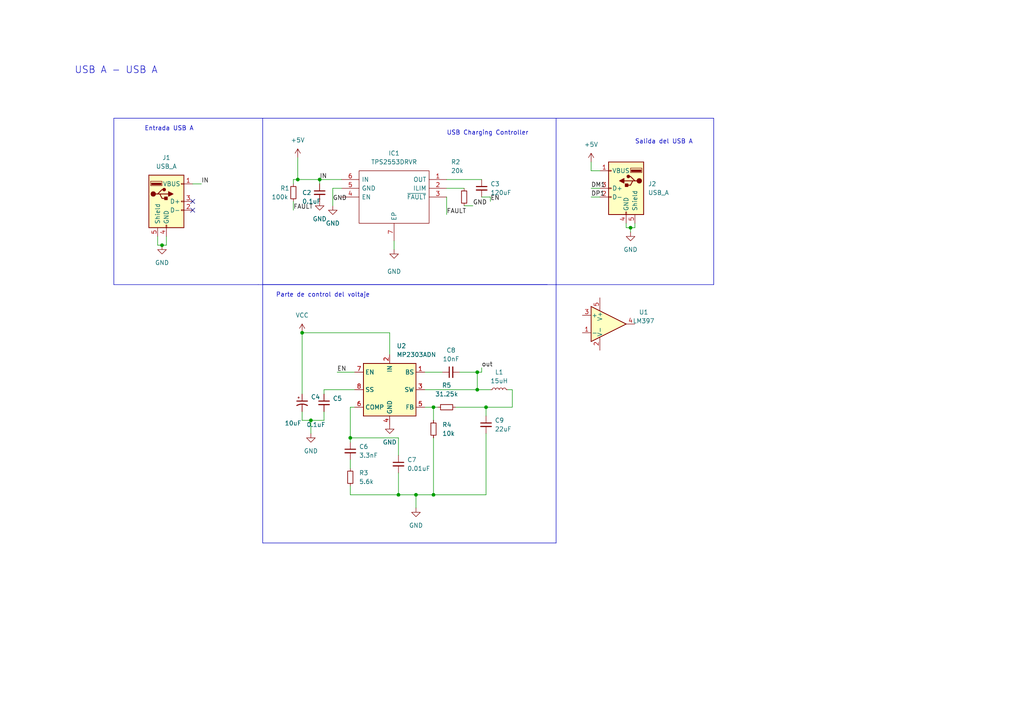
<source format=kicad_sch>
(kicad_sch (version 20230121) (generator eeschema)
  (paper "A4")
  (lib_symbols
    (symbol "Comparator:LM397" (pin_names (offset 0.127))
      (property "Reference" "U" (at 1.27 5.08 0))
      (property "Value" "LM397" (at 3.81 -5.08 0))
      (symbol "LM397_0_1"
        (polyline (pts (xy -5.08 5.08) (xy 5.08 0) (xy -5.08 -5.08) (xy -5.08 5.08)) (stroke (width 0.254)) (fill (type background)))
      )
      (symbol "LM397_1_1"
        (pin input line (at -7.62 -2.54 0) (length 2.54) (name "-") (number "1"))
        (pin power_in line (at -2.54 -7.62 90) (length 3.81) (name "V-") (number "2"))
        (pin input line (at -7.62 2.54 0) (length 2.54) (name "+") (number "3"))
        (pin open_collector line (at 7.62 0 180) (length 2.54) (name "~") (number "4"))
        (pin power_in line (at -2.54 7.62 270) (length 3.81) (name "V+") (number "5"))
      )
    )
    (symbol "Connector:USB_A" (pin_names (offset 1.016))
      (property "Reference" "J" (at -5.08 11.43 0))
      (property "Value" "USB_A" (at -5.08 8.89 0))
      (symbol "USB_A_0_1"
        (rectangle (start -5.08 -7.62) (end 5.08 7.62) (stroke (width 0.254)) (fill (type background)))
        (circle (center -3.81 2.159) (radius 0.635) (stroke (width 0.254)) (fill (type outline)))
        (rectangle (start -1.524 4.826) (end -4.318 5.334) (fill (type outline)))
        (rectangle (start -1.27 4.572) (end -4.572 5.842))
        (circle (center -0.635 3.429) (radius 0.381) (stroke (width 0.254)) (fill (type outline)))
        (rectangle (start -0.127 -7.62) (end 0.127 -6.858))
        (polyline (pts (xy -3.175 2.159) (xy -2.54 2.159) (xy -1.27 3.429) (xy -0.635 3.429)) (stroke (width 0.254)))
        (polyline (pts (xy -2.54 2.159) (xy -1.905 2.159) (xy -1.27 0.889) (xy 0 0.889)) (stroke (width 0.254)))
        (polyline (pts (xy 0.635 2.794) (xy 0.635 1.524) (xy 1.905 2.159) (xy 0.635 2.794)) (stroke (width 0.254)) (fill (type outline)))
        (rectangle (start 0.254 1.27) (end -0.508 0.508) (stroke (width 0.254)) (fill (type outline)))
        (rectangle (start 5.08 -2.667) (end 4.318 -2.413))
        (rectangle (start 5.08 -0.127) (end 4.318 0.127))
        (rectangle (start 5.08 4.953) (end 4.318 5.207))
      )
      (symbol "USB_A_1_1"
        (polyline (pts (xy -1.905 2.159) (xy 0.635 2.159)) (stroke (width 0.254)))
        (pin power_in line (at 7.62 5.08 180) (length 2.54) (name "VBUS") (number "1"))
        (pin bidirectional line (at 7.62 -2.54 180) (length 2.54) (name "D-") (number "2"))
        (pin bidirectional line (at 7.62 0 180) (length 2.54) (name "D+") (number "3"))
        (pin power_in line (at 0 -10.16 90) (length 2.54) (name "GND") (number "4"))
        (pin passive line (at -2.54 -10.16 90) (length 2.54) (name "Shield") (number "5"))
      )
    )
    (symbol "Device:C_Polarized_Small_US" (pin_numbers hide) (pin_names (offset 0.254) hide)
      (property "Reference" "C" (at 0.254 1.778 0))
      (property "Value" "C_Polarized_Small_US" (at 0.254 -2.032 0))
      (symbol "C_Polarized_Small_US_0_1"
        (polyline (pts (xy -1.524 0.508) (xy 1.524 0.508)) (stroke (width 0.3048)))
        (polyline (pts (xy -1.27 1.524) (xy -0.762 1.524)))
        (polyline (pts (xy -1.016 1.27) (xy -1.016 1.778)))
        (arc (start 1.524 -0.762) (mid 0 -0.3734) (end -1.524 -0.762) (stroke (width 0.3048)))
      )
      (symbol "C_Polarized_Small_US_1_1"
        (pin passive line (at 0 2.54 270) (length 2.032) (name "~") (number "1"))
        (pin passive line (at 0 -2.54 90) (length 2.032) (name "~") (number "2"))
      )
    )
    (symbol "Device:C_Small" (pin_numbers hide) (pin_names (offset 0.254) hide)
      (property "Reference" "C" (at 0.254 1.778 0))
      (property "Value" "C_Small" (at 0.254 -2.032 0))
      (symbol "C_Small_0_1"
        (polyline (pts (xy -1.524 -0.508) (xy 1.524 -0.508)) (stroke (width 0.3302)))
        (polyline (pts (xy -1.524 0.508) (xy 1.524 0.508)) (stroke (width 0.3048)))
      )
      (symbol "C_Small_1_1"
        (pin passive line (at 0 2.54 270) (length 2.032) (name "~") (number "1"))
        (pin passive line (at 0 -2.54 90) (length 2.032) (name "~") (number "2"))
      )
    )
    (symbol "Device:L_Small" (pin_numbers hide) (pin_names (offset 0.254) hide)
      (property "Reference" "L" (at 0.762 1.016 0))
      (property "Value" "L_Small" (at 0.762 -1.016 0))
      (symbol "L_Small_0_1"
        (arc (start 0 -2.032) (mid 0.5058 -1.524) (end 0 -1.016))
        (arc (start 0 -1.016) (mid 0.5058 -0.508) (end 0 0))
        (arc (start 0 0) (mid 0.5058 0.508) (end 0 1.016))
        (arc (start 0 1.016) (mid 0.5058 1.524) (end 0 2.032))
      )
      (symbol "L_Small_1_1"
        (pin passive line (at 0 2.54 270) (length 0.508) (name "~") (number "1"))
        (pin passive line (at 0 -2.54 90) (length 0.508) (name "~") (number "2"))
      )
    )
    (symbol "Device:R_Small" (pin_numbers hide) (pin_names (offset 0.254) hide)
      (property "Reference" "R" (at 0.762 0.508 0))
      (property "Value" "R_Small" (at 0.762 -1.016 0))
      (symbol "R_Small_0_1"
        (rectangle (start -0.762 1.778) (end 0.762 -1.778) (stroke (width 0.2032)))
      )
      (symbol "R_Small_1_1"
        (pin passive line (at 0 2.54 270) (length 0.762) (name "~") (number "1"))
        (pin passive line (at 0 -2.54 90) (length 0.762) (name "~") (number "2"))
      )
    )
    (symbol "Regulator_Switching:MP2303ADN"
      (property "Reference" "U" (at -7.366 8.636 0))
      (property "Value" "MP2303ADN" (at 7.62 8.89 0))
      (symbol "MP2303ADN_0_1"
        (rectangle (start -7.62 7.62) (end 7.62 -7.62) (stroke (width 0.254)) (fill (type background)))
      )
      (symbol "MP2303ADN_1_1"
        (pin passive line (at 10.16 5.08 180) (length 2.54) (name "BS") (number "1"))
        (pin power_in line (at 0 10.16 270) (length 2.54) (name "IN") (number "2"))
        (pin output line (at 10.16 0 180) (length 2.54) (name "SW") (number "3"))
        (pin power_in line (at 0 -10.16 90) (length 2.54) (name "GND") (number "4"))
        (pin input line (at 10.16 -5.08 180) (length 2.54) (name "FB") (number "5"))
        (pin passive line (at -10.16 -5.08 0) (length 2.54) (name "COMP") (number "6"))
        (pin input line (at -10.16 5.08 0) (length 2.54) (name "EN") (number "7"))
        (pin input line (at -10.16 0 0) (length 2.54) (name "SS") (number "8"))
      )
    )
    (symbol "power:+5V" (power) (pin_names (offset 0))
      (property "Value" "+5V" (at 0 3.556 0))
      (symbol "+5V_0_1"
        (polyline (pts (xy -0.762 1.27) (xy 0 2.54)))
        (polyline (pts (xy 0 0) (xy 0 2.54)))
        (polyline (pts (xy 0 2.54) (xy 0.762 1.27)))
      )
      (symbol "+5V_1_1"
        (pin power_in line (at 0 0 90) (length 0) hide (name "+5V") (number "1"))
      )
    )
    (symbol "power:GND" (power) (pin_names (offset 0))
      (property "Value" "GND" (at 0 -3.81 0))
      (symbol "GND_0_1"
        (polyline (pts (xy 0 0) (xy 0 -1.27) (xy 1.27 -1.27) (xy 0 -2.54) (xy -1.27 -1.27) (xy 0 -1.27)))
      )
      (symbol "GND_1_1"
        (pin power_in line (at 0 0 270) (length 0) hide (name "GND") (number "1"))
      )
    )
    (symbol "power:VCC" (power) (pin_names (offset 0))
      (property "Value" "VCC" (at 0 3.81 0))
      (symbol "VCC_0_1"
        (polyline (pts (xy -0.762 1.27) (xy 0 2.54)))
        (polyline (pts (xy 0 0) (xy 0 2.54)))
        (polyline (pts (xy 0 2.54) (xy 0.762 1.27)))
      )
      (symbol "VCC_1_1"
        (pin power_in line (at 0 0 90) (length 0) hide (name "VCC") (number "1"))
      )
    )
    (symbol "tps2533:TPS2553DRVR" (pin_names (offset 0.762))
      (property "Reference" "IC" (at 26.67 7.62 0))
      (property "Value" "TPS2553DRVR" (at 26.67 5.08 0))
      (symbol "TPS2553DRVR_0_0"
        (pin passive line (at 0 0 0) (length 5.08) (name "OUT") (number "1"))
        (pin passive line (at 0 -2.54 0) (length 5.08) (name "ILIM") (number "2"))
        (pin passive line (at 0 -5.08 0) (length 5.08) (name "~{FAULT}") (number "3"))
        (pin passive line (at 30.48 -5.08 180) (length 5.08) (name "EN") (number "4"))
        (pin passive line (at 30.48 -2.54 180) (length 5.08) (name "GND") (number "5"))
        (pin passive line (at 30.48 0 180) (length 5.08) (name "IN") (number "6"))
        (pin passive line (at 15.24 -17.78 90) (length 5.08) (name "EP") (number "7"))
      )
      (symbol "TPS2553DRVR_0_1"
        (polyline (pts (xy 5.08 2.54) (xy 25.4 2.54) (xy 25.4 -12.7) (xy 5.08 -12.7) (xy 5.08 2.54)) (stroke (width 0.1524)))
      )
    )
  )
  (junction (at 86.36 52.07))
  (junction (at 120.65 143.51))
  (junction (at 138.43 107.95))
  (junction (at 182.88 66.04))
  (junction (at 140.97 118.11))
  (junction (at 101.6 127))
  (junction (at 125.73 118.11))
  (junction (at 138.43 113.03))
  (junction (at 115.57 143.51))
  (junction (at 87.63 96.52))
  (junction (at 90.17 121.92))
  (junction (at 92.71 52.07))
  (junction (at 46.99 71.12))
  (junction (at 125.73 143.51))
  (no_connect (at 55.88 60.96))
  (no_connect (at 55.88 58.42))
  (wire (pts (xy 133.35 107.95) (xy 138.43 107.95)))
  (wire (pts (xy 93.98 121.92) (xy 93.98 119.38)))
  (polyline (pts (xy 207.01 82.55) (xy 161.29 82.55)))
  (wire (pts (xy 125.73 118.11) (xy 125.73 121.92)))
  (wire (pts (xy 55.88 53.34) (xy 58.42 53.34)))
  (wire (pts (xy 125.73 127) (xy 125.73 143.51)))
  (wire (pts (xy 115.57 137.16) (xy 115.57 143.51)))
  (wire (pts (xy 86.36 45.72) (xy 86.36 52.07)))
  (polyline (pts (xy 76.2 157.48) (xy 161.29 157.48)))
  (polyline (pts (xy 158.75 82.55) (xy 76.2 82.55)))
  (wire (pts (xy 90.17 121.92) (xy 93.98 121.92)))
  (wire (pts (xy 99.06 54.61) (xy 96.52 54.61)))
  (wire (pts (xy 125.73 143.51) (xy 120.65 143.51)))
  (wire (pts (xy 93.98 114.3) (xy 93.98 113.03)))
  (wire (pts (xy 114.3 69.85) (xy 114.3 72.39)))
  (wire (pts (xy 125.73 118.11) (xy 127 118.11)))
  (wire (pts (xy 45.72 68.58) (xy 45.72 71.12)))
  (wire (pts (xy 92.71 52.07) (xy 92.71 53.34)))
  (wire (pts (xy 99.06 52.07) (xy 92.71 52.07)))
  (wire (pts (xy 171.45 46.99) (xy 171.45 49.53)))
  (wire (pts (xy 97.79 107.95) (xy 102.87 107.95)))
  (wire (pts (xy 101.6 133.35) (xy 101.6 135.89)))
  (wire (pts (xy 101.6 127) (xy 101.6 128.27)))
  (polyline (pts (xy 76.2 34.29) (xy 76.2 82.55)))
  (wire (pts (xy 184.15 64.77) (xy 184.15 66.04)))
  (polyline (pts (xy 76.2 34.29) (xy 161.29 34.29)))
  (polyline (pts (xy 33.02 34.29) (xy 33.02 82.55)))
  (wire (pts (xy 142.24 57.15) (xy 139.7 57.15)))
  (wire (pts (xy 120.65 143.51) (xy 115.57 143.51)))
  (wire (pts (xy 90.17 121.92) (xy 90.17 125.73)))
  (wire (pts (xy 120.65 143.51) (xy 120.65 147.32)))
  (wire (pts (xy 102.87 118.11) (xy 101.6 118.11)))
  (wire (pts (xy 140.97 118.11) (xy 140.97 120.65)))
  (wire (pts (xy 115.57 127) (xy 101.6 127)))
  (wire (pts (xy 85.09 58.42) (xy 85.09 60.96)))
  (polyline (pts (xy 161.29 34.29) (xy 161.29 82.55)))
  (wire (pts (xy 171.45 54.61) (xy 173.99 54.61)))
  (polyline (pts (xy 161.29 34.29) (xy 207.01 34.29)))
  (wire (pts (xy 129.54 52.07) (xy 139.7 52.07)))
  (wire (pts (xy 139.7 107.95) (xy 138.43 107.95)))
  (wire (pts (xy 48.26 71.12) (xy 48.26 68.58)))
  (wire (pts (xy 123.19 107.95) (xy 128.27 107.95)))
  (wire (pts (xy 115.57 143.51) (xy 101.6 143.51)))
  (wire (pts (xy 113.03 102.87) (xy 113.03 96.52)))
  (wire (pts (xy 138.43 113.03) (xy 142.24 113.03)))
  (wire (pts (xy 129.54 54.61) (xy 134.62 54.61)))
  (wire (pts (xy 86.36 52.07) (xy 92.71 52.07)))
  (polyline (pts (xy 161.29 82.55) (xy 74.93 82.55)))
  (wire (pts (xy 182.88 67.31) (xy 182.88 66.04)))
  (wire (pts (xy 46.99 71.12) (xy 48.26 71.12)))
  (wire (pts (xy 184.15 66.04) (xy 182.88 66.04)))
  (wire (pts (xy 171.45 49.53) (xy 173.99 49.53)))
  (wire (pts (xy 140.97 125.73) (xy 140.97 143.51)))
  (polyline (pts (xy 207.01 34.29) (xy 207.01 82.55)))
  (wire (pts (xy 115.57 127) (xy 115.57 132.08)))
  (wire (pts (xy 139.7 106.68) (xy 139.7 107.95)))
  (wire (pts (xy 101.6 143.51) (xy 101.6 140.97)))
  (wire (pts (xy 101.6 118.11) (xy 101.6 127)))
  (wire (pts (xy 134.62 59.69) (xy 137.16 59.69)))
  (polyline (pts (xy 76.2 34.29) (xy 33.02 34.29)))
  (wire (pts (xy 96.52 54.61) (xy 96.52 59.69)))
  (wire (pts (xy 87.63 96.52) (xy 87.63 114.3)))
  (polyline (pts (xy 161.29 157.48) (xy 161.29 82.55)))
  (wire (pts (xy 87.63 119.38) (xy 87.63 121.92)))
  (polyline (pts (xy 33.02 82.55) (xy 74.93 82.55)))
  (wire (pts (xy 171.45 57.15) (xy 173.99 57.15)))
  (wire (pts (xy 87.63 121.92) (xy 90.17 121.92)))
  (wire (pts (xy 85.09 52.07) (xy 86.36 52.07)))
  (wire (pts (xy 140.97 143.51) (xy 125.73 143.51)))
  (polyline (pts (xy 76.2 157.48) (xy 76.2 82.55)))
  (wire (pts (xy 148.59 118.11) (xy 148.59 113.03)))
  (wire (pts (xy 142.24 58.42) (xy 142.24 57.15)))
  (wire (pts (xy 123.19 113.03) (xy 138.43 113.03)))
  (wire (pts (xy 182.88 66.04) (xy 181.61 66.04)))
  (wire (pts (xy 45.72 71.12) (xy 46.99 71.12)))
  (wire (pts (xy 148.59 113.03) (xy 147.32 113.03)))
  (wire (pts (xy 85.09 53.34) (xy 85.09 52.07)))
  (wire (pts (xy 181.61 66.04) (xy 181.61 64.77)))
  (wire (pts (xy 93.98 113.03) (xy 102.87 113.03)))
  (wire (pts (xy 123.19 118.11) (xy 125.73 118.11)))
  (wire (pts (xy 113.03 96.52) (xy 87.63 96.52)))
  (wire (pts (xy 129.54 57.15) (xy 129.54 62.23)))
  (wire (pts (xy 132.08 118.11) (xy 140.97 118.11)))
  (wire (pts (xy 138.43 107.95) (xy 138.43 113.03)))
  (wire (pts (xy 140.97 118.11) (xy 148.59 118.11)))
  (text "Parte de control del voltaje" (at 80.01 86.36 0) (effects (font (size 1.27 1.27)) (justify left bottom)))
  (text "Salida del USB A" (at 184.15 41.91 0) (effects (font (size 1.27 1.27)) (justify left bottom)))
  (text "USB Charging Controller" (at 129.54 39.37 0) (effects (font (size 1.27 1.27)) (justify left bottom)))
  (text "Entrada USB A" (at 41.91 38.1 0) (effects (font (size 1.27 1.27)) (justify left bottom)))
  (text "USB A - USB A" (at 21.59 21.59 0) (effects (font (size 2 2)) (justify left bottom)))
  (label "GND" (at 137.16 59.69 0))
  (label "DP1" (at 171.45 57.15 0))
  (label "EN" (at 97.79 107.95 0))
  (label "IN" (at 92.71 52.07 0))
  (label "FAULT" (at 85.09 60.96 0))
  (label "IN" (at 58.42 53.34 0))
  (label "out" (at 139.7 106.68 0))
  (label "GND" (at 96.52 58.42 0))
  (label "EN" (at 142.24 58.42 0))
  (label "FAULT" (at 129.54 62.23 0))
  (label "DM1" (at 171.45 54.61 0))
  (symbol (lib_id "Device:C_Polarized_Small_US") (at 87.63 116.84 0) (unit 1)
    (property "Reference" "C4" (at 90.17 115.1381 0) (effects (justify left)))
    (property "Value" "10uF" (at 82.55 122.7519 0) (effects (justify left)))
    (property "Footprint" "Capacitor_SMD:C_0805_2012Metric" (effects hide))
  )
  (symbol (lib_id "Device:C_Small") (at 92.71 55.88 0) (unit 1)
    (property "Reference" "C2" (at 87.63 55.88 0) (effects (justify left)))
    (property "Value" "0.1uF" (at 87.63 58.42 0) (effects (justify left)))
    (property "Footprint" "Capacitor_SMD:C_0805_2012Metric" (effects hide))
  )
  (symbol (lib_id "power:GND") (at 114.3 72.39 0) (unit 1)
    (property "Reference" "#PWR08" (effects hide))
    (property "Value" "GND" (at 114.3 78.74 0))
  )
  (symbol (lib_id "Device:R_Small") (at 134.62 57.15 0) (unit 1)
    (property "Reference" "R2" (at 130.81 46.99 0) (effects (justify left)))
    (property "Value" "20k" (at 130.81 49.53 0) (effects (justify left)))
    (property "Footprint" "Resistor_SMD:R_0603_1608Metric" (effects hide))
  )
  (symbol (lib_id "tps2533:TPS2553DRVR") (at 129.54 52.07 0) (mirror y) (unit 1)
    (property "Reference" "IC1" (at 114.3 44.45 0))
    (property "Value" "TPS2553DRVR" (at 114.3 46.99 0))
    (property "Footprint" "SON65P200X200X80-7N" (effects hide))
    (property "Datasheet" "http://www.ti.com/lit/gpn/tps2553" (effects hide))
    (property "Description" "Adjustable, Active High, Constant-Current, Current-Limited Power-Distribution Switch" (effects hide))
    (property "Height" "0.8" (effects hide))
    (property "Mouser Part Number" "595-TPS2553DRVR" (effects hide))
    (property "Mouser Price/Stock" "https://www.mouser.co.uk/ProductDetail/Texas-Instruments/TPS2553DRVR?qs=QZKT0uTfj2Lx3QbsGcpSmw%3D%3D" (effects hide))
    (property "Manufacturer_Name" "Texas Instruments" (effects hide))
    (property "Manufacturer_Part_Number" "TPS2553DRVR" (effects hide))
  )
  (symbol (lib_id "power:VCC") (at 87.63 96.52 0) (unit 1)
    (property "Reference" "#PWR09" (effects hide))
    (property "Value" "VCC" (at 87.63 91.44 0))
  )
  (symbol (lib_id "power:GND") (at 182.88 67.31 0) (unit 1)
    (property "Reference" "#PWR05" (effects hide))
    (property "Value" "GND" (at 182.88 72.39 0))
  )
  (symbol (lib_id "power:GND") (at 46.99 71.12 0) (unit 1)
    (property "Reference" "#PWR01" (effects hide))
    (property "Value" "GND" (at 46.99 76.2 0))
  )
  (symbol (lib_id "Device:C_Small") (at 101.6 130.81 0) (unit 1)
    (property "Reference" "C6" (at 104.14 129.5462 0) (effects (justify left)))
    (property "Value" "3.3nF" (at 104.14 132.0862 0) (effects (justify left)))
    (property "Footprint" "Capacitor_SMD:C_0805_2012Metric" (effects hide))
  )
  (symbol (lib_id "power:GND") (at 120.65 147.32 0) (unit 1)
    (property "Reference" "#PWR011" (effects hide))
    (property "Value" "GND" (at 120.65 152.4 0))
  )
  (symbol (lib_id "power:+5V") (at 86.36 45.72 0) (unit 1)
    (property "Reference" "#PWR02" (effects hide))
    (property "Value" "+5V" (at 86.36 40.64 0))
  )
  (symbol (lib_id "Device:C_Small") (at 130.81 107.95 90) (unit 1)
    (property "Reference" "C8" (at 130.8163 101.6 90))
    (property "Value" "10nF" (at 130.8163 104.14 90))
    (property "Footprint" "Capacitor_SMD:C_0805_2012Metric" (effects hide))
  )
  (symbol (lib_id "Device:R_Small") (at 101.6 138.43 0) (unit 1)
    (property "Reference" "R3" (at 104.14 137.1599 0) (effects (justify left)))
    (property "Value" "5.6k" (at 104.14 139.6999 0) (effects (justify left)))
    (property "Footprint" "Resistor_SMD:R_0603_1608Metric" (effects hide))
  )
  (symbol (lib_id "power:GND") (at 96.52 59.69 0) (unit 1)
    (property "Reference" "#PWR07" (effects hide))
    (property "Value" "GND" (at 96.52 64.77 0))
  )
  (symbol (lib_id "power:GND") (at 90.17 125.73 0) (unit 1)
    (property "Reference" "#PWR010" (effects hide))
    (property "Value" "GND" (at 90.17 130.81 0))
  )
  (symbol (lib_id "power:GND") (at 113.03 123.19 0) (unit 1)
    (property "Reference" "#PWR0102" (effects hide))
    (property "Value" "GND" (at 113.03 128.27 0))
  )
  (symbol (lib_id "Device:C_Small") (at 93.98 116.84 0) (unit 1)
    (property "Reference" "C5" (at 96.52 115.5762 0) (effects (justify left)))
    (property "Value" "0.1uF" (at 88.9 123.19 0) (effects (justify left)))
    (property "Footprint" "Capacitor_SMD:C_0805_2012Metric" (effects hide))
  )
  (symbol (lib_id "Device:R_Small") (at 125.73 124.46 0) (unit 1)
    (property "Reference" "R4" (at 128.27 123.1899 0) (effects (justify left)))
    (property "Value" "10k" (at 128.27 125.7299 0) (effects (justify left)))
    (property "Footprint" "Resistor_SMD:R_0603_1608Metric" (effects hide))
  )
  (symbol (lib_id "Connector:USB_A") (at 48.26 58.42 0) (unit 1)
    (property "Reference" "J1" (at 48.26 45.72 0))
    (property "Value" "USB_A" (at 48.26 48.26 0))
    (property "Footprint" "Connector_USB:USB_A_Stewart_SS-52100-001_Horizontal" (effects hide))
    (property "Datasheet" " ~" (effects hide))
  )
  (symbol (lib_id "Device:C_Small") (at 115.57 134.62 0) (unit 1)
    (property "Reference" "C7" (at 118.11 133.3562 0) (effects (justify left)))
    (property "Value" "0.01uF" (at 118.11 135.8962 0) (effects (justify left)))
    (property "Footprint" "Capacitor_SMD:C_0805_2012Metric" (effects hide))
  )
  (symbol (lib_id "Device:R_Small") (at 85.09 55.88 0) (unit 1)
    (property "Reference" "R1" (at 81.28 54.61 0) (effects (justify left)))
    (property "Value" "100k" (at 78.74 57.15 0) (effects (justify left)))
    (property "Footprint" "Resistor_SMD:R_0603_1608Metric" (effects hide))
  )
  (symbol (lib_id "Regulator_Switching:MP2303ADN") (at 113.03 113.03 0) (unit 1)
    (property "Reference" "U2" (at 115.0494 100.33 0) (effects (justify left)))
    (property "Value" "MP2303ADN" (at 115.0494 102.87 0) (effects (justify left)))
    (property "Footprint" "Package_SO:SOIC-8-1EP_3.9x4.9mm_P1.27mm_EP2.62x3.51mm" (effects hide))
    (property "Datasheet" "https://www.monolithicpower.com/pub/media/document/MP2303A_r1.1.pdf" (effects hide))
  )
  (symbol (lib_id "power:+5V") (at 171.45 46.99 0) (unit 1)
    (property "Reference" "#PWR0101" (effects hide))
    (property "Value" "+5V" (at 171.45 41.91 0))
  )
  (symbol (lib_id "Device:C_Small") (at 139.7 54.61 0) (unit 1)
    (property "Reference" "C3" (at 142.24 53.3462 0) (effects (justify left)))
    (property "Value" "120uF" (at 142.24 55.8862 0) (effects (justify left)))
    (property "Footprint" "Capacitor_SMD:C_0805_2012Metric" (effects hide))
  )
  (symbol (lib_id "Device:R_Small") (at 129.54 118.11 270) (unit 1)
    (property "Reference" "R5" (at 129.54 111.76 90))
    (property "Value" "31.25k" (at 129.54 114.3 90))
    (property "Footprint" "Resistor_SMD:R_0603_1608Metric" (effects hide))
  )
  (symbol (lib_id "Device:L_Small") (at 144.78 113.03 90) (unit 1)
    (property "Reference" "L1" (at 144.78 107.95 90))
    (property "Value" "15uH" (at 144.78 110.49 90))
    (property "Footprint" "Inductor_SMD:L_6.3x6.3_H3" (effects hide))
  )
  (symbol (lib_id "Connector:USB_A") (at 181.61 54.61 0) (mirror y) (unit 1)
    (property "Reference" "J2" (at 187.96 53.3399 0) (effects (justify right)))
    (property "Value" "USB_A" (at 187.96 55.8799 0) (effects (justify right)))
    (property "Footprint" "Connector_USB:USB_A_Stewart_SS-52100-001_Horizontal" (effects hide))
    (property "Datasheet" " ~" (effects hide))
  )
  (symbol (lib_id "Device:C_Small") (at 140.97 123.19 0) (unit 1)
    (property "Reference" "C9" (at 143.51 121.9262 0) (effects (justify left)))
    (property "Value" "22uF" (at 143.51 124.4662 0) (effects (justify left)))
    (property "Footprint" "Capacitor_SMD:C_0805_2012Metric" (effects hide))
  )
  (symbol (lib_id "Comparator:LM397") (at 176.53 93.98 0) (unit 1)
    (property "Reference" "U1" (at 186.69 90.5511 0))
    (property "Value" "LM397" (at 186.69 93.0911 0))
    (property "Footprint" "Package_TO_SOT_SMD:SOT-23-5" (effects hide))
    (property "Datasheet" "http://www.ti.com/lit/ds/symlink/lm397.pdf" (effects hide))
  )
  (symbol (lib_id "power:GND") (at 92.71 58.42 0) (unit 1)
    (property "Reference" "#PWR06" (effects hide))
    (property "Value" "GND" (at 92.71 63.5 0))
  )
)
</source>
